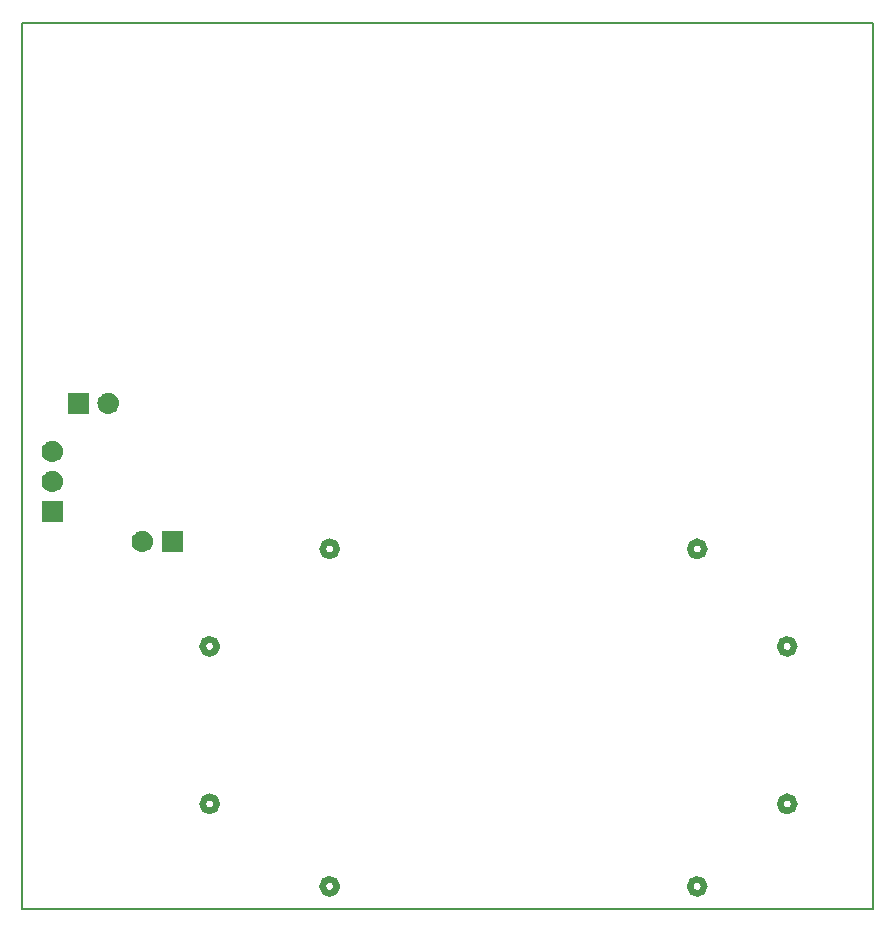
<source format=gbr>
%TF.GenerationSoftware,KiCad,Pcbnew,5.0.2-bee76a0~70~ubuntu18.04.1*%
%TF.CreationDate,2019-02-03T14:37:59+02:00*%
%TF.ProjectId,component_tester_adapter,636f6d70-6f6e-4656-9e74-5f7465737465,B*%
%TF.SameCoordinates,PX7e911f8PY6f6d640*%
%TF.FileFunction,Soldermask,Bot*%
%TF.FilePolarity,Negative*%
%FSLAX46Y46*%
G04 Gerber Fmt 4.6, Leading zero omitted, Abs format (unit mm)*
G04 Created by KiCad (PCBNEW 5.0.2-bee76a0~70~ubuntu18.04.1) date 2019 m. vasario 03 d. 14:37:59*
%MOMM*%
%LPD*%
G01*
G04 APERTURE LIST*
%ADD10C,0.600000*%
%ADD11C,0.150000*%
G04 APERTURE END LIST*
D10*
X10760000Y-18415000D02*
G75*
G03X10760000Y-18415000I-600000J0D01*
G01*
X600000Y-11430000D02*
G75*
G03X600000Y-11430000I-600000J0D01*
G01*
X600000Y1905000D02*
G75*
G03X600000Y1905000I-600000J0D01*
G01*
X10760000Y10160000D02*
G75*
G03X10760000Y10160000I-600000J0D01*
G01*
X41875000Y10160000D02*
G75*
G03X41875000Y10160000I-600000J0D01*
G01*
X49495000Y1905000D02*
G75*
G03X49495000Y1905000I-600000J0D01*
G01*
X49495000Y-11430000D02*
G75*
G03X49495000Y-11430000I-600000J0D01*
G01*
X41875000Y-18415000D02*
G75*
G03X41875000Y-18415000I-600000J0D01*
G01*
D11*
X7620000Y54680000D02*
X56125000Y54680000D01*
X-15875000Y54680000D02*
X7620000Y54680000D01*
X56125000Y-20320000D02*
X56125000Y54680000D01*
X56125000Y-20320000D02*
X-15875000Y-20320000D01*
X-15875000Y-20320000D02*
X-15875000Y54680000D01*
G36*
X-2274000Y9894000D02*
X-4076000Y9894000D01*
X-4076000Y11696000D01*
X-2274000Y11696000D01*
X-2274000Y9894000D01*
X-2274000Y9894000D01*
G37*
G36*
X-5604557Y11689481D02*
X-5538373Y11682963D01*
X-5425147Y11648616D01*
X-5368533Y11631443D01*
X-5229913Y11557348D01*
X-5212009Y11547778D01*
X-5176271Y11518448D01*
X-5074814Y11435186D01*
X-4991552Y11333729D01*
X-4962222Y11297991D01*
X-4962221Y11297989D01*
X-4878557Y11141467D01*
X-4878557Y11141466D01*
X-4827037Y10971627D01*
X-4809641Y10795000D01*
X-4827037Y10618373D01*
X-4861384Y10505147D01*
X-4878557Y10448533D01*
X-4952652Y10309913D01*
X-4962222Y10292009D01*
X-4991552Y10256271D01*
X-5074814Y10154814D01*
X-5176271Y10071552D01*
X-5212009Y10042222D01*
X-5212011Y10042221D01*
X-5368533Y9958557D01*
X-5425147Y9941384D01*
X-5538373Y9907037D01*
X-5604558Y9900518D01*
X-5670740Y9894000D01*
X-5759260Y9894000D01*
X-5825442Y9900518D01*
X-5891627Y9907037D01*
X-6004853Y9941384D01*
X-6061467Y9958557D01*
X-6217989Y10042221D01*
X-6217991Y10042222D01*
X-6253729Y10071552D01*
X-6355186Y10154814D01*
X-6438448Y10256271D01*
X-6467778Y10292009D01*
X-6477348Y10309913D01*
X-6551443Y10448533D01*
X-6568616Y10505147D01*
X-6602963Y10618373D01*
X-6620359Y10795000D01*
X-6602963Y10971627D01*
X-6551443Y11141466D01*
X-6551443Y11141467D01*
X-6467779Y11297989D01*
X-6467778Y11297991D01*
X-6438448Y11333729D01*
X-6355186Y11435186D01*
X-6253729Y11518448D01*
X-6217991Y11547778D01*
X-6200087Y11557348D01*
X-6061467Y11631443D01*
X-6004853Y11648616D01*
X-5891627Y11682963D01*
X-5825442Y11689482D01*
X-5759260Y11696000D01*
X-5670740Y11696000D01*
X-5604557Y11689481D01*
X-5604557Y11689481D01*
G37*
G36*
X-12434000Y12434000D02*
X-14236000Y12434000D01*
X-14236000Y14236000D01*
X-12434000Y14236000D01*
X-12434000Y12434000D01*
X-12434000Y12434000D01*
G37*
G36*
X-13224558Y16769482D02*
X-13158373Y16762963D01*
X-13045147Y16728616D01*
X-12988533Y16711443D01*
X-12849913Y16637348D01*
X-12832009Y16627778D01*
X-12796271Y16598448D01*
X-12694814Y16515186D01*
X-12611552Y16413729D01*
X-12582222Y16377991D01*
X-12582221Y16377989D01*
X-12498557Y16221467D01*
X-12498557Y16221466D01*
X-12447037Y16051627D01*
X-12429641Y15875000D01*
X-12447037Y15698373D01*
X-12481384Y15585147D01*
X-12498557Y15528533D01*
X-12572652Y15389913D01*
X-12582222Y15372009D01*
X-12611552Y15336271D01*
X-12694814Y15234814D01*
X-12796271Y15151552D01*
X-12832009Y15122222D01*
X-12832011Y15122221D01*
X-12988533Y15038557D01*
X-13045147Y15021384D01*
X-13158373Y14987037D01*
X-13224557Y14980519D01*
X-13290740Y14974000D01*
X-13379260Y14974000D01*
X-13445442Y14980518D01*
X-13511627Y14987037D01*
X-13624853Y15021384D01*
X-13681467Y15038557D01*
X-13837989Y15122221D01*
X-13837991Y15122222D01*
X-13873729Y15151552D01*
X-13975186Y15234814D01*
X-14058448Y15336271D01*
X-14087778Y15372009D01*
X-14097348Y15389913D01*
X-14171443Y15528533D01*
X-14188616Y15585147D01*
X-14222963Y15698373D01*
X-14240359Y15875000D01*
X-14222963Y16051627D01*
X-14171443Y16221466D01*
X-14171443Y16221467D01*
X-14087779Y16377989D01*
X-14087778Y16377991D01*
X-14058448Y16413729D01*
X-13975186Y16515186D01*
X-13873729Y16598448D01*
X-13837991Y16627778D01*
X-13820087Y16637348D01*
X-13681467Y16711443D01*
X-13624853Y16728616D01*
X-13511627Y16762963D01*
X-13445443Y16769481D01*
X-13379260Y16776000D01*
X-13290740Y16776000D01*
X-13224558Y16769482D01*
X-13224558Y16769482D01*
G37*
G36*
X-13224558Y19309482D02*
X-13158373Y19302963D01*
X-13045147Y19268616D01*
X-12988533Y19251443D01*
X-12849913Y19177348D01*
X-12832009Y19167778D01*
X-12796271Y19138448D01*
X-12694814Y19055186D01*
X-12611552Y18953729D01*
X-12582222Y18917991D01*
X-12582221Y18917989D01*
X-12498557Y18761467D01*
X-12498557Y18761466D01*
X-12447037Y18591627D01*
X-12429641Y18415000D01*
X-12447037Y18238373D01*
X-12481384Y18125147D01*
X-12498557Y18068533D01*
X-12572652Y17929913D01*
X-12582222Y17912009D01*
X-12611552Y17876271D01*
X-12694814Y17774814D01*
X-12796271Y17691552D01*
X-12832009Y17662222D01*
X-12832011Y17662221D01*
X-12988533Y17578557D01*
X-13045147Y17561384D01*
X-13158373Y17527037D01*
X-13224558Y17520518D01*
X-13290740Y17514000D01*
X-13379260Y17514000D01*
X-13445443Y17520519D01*
X-13511627Y17527037D01*
X-13624853Y17561384D01*
X-13681467Y17578557D01*
X-13837989Y17662221D01*
X-13837991Y17662222D01*
X-13873729Y17691552D01*
X-13975186Y17774814D01*
X-14058448Y17876271D01*
X-14087778Y17912009D01*
X-14097348Y17929913D01*
X-14171443Y18068533D01*
X-14188616Y18125147D01*
X-14222963Y18238373D01*
X-14240359Y18415000D01*
X-14222963Y18591627D01*
X-14171443Y18761466D01*
X-14171443Y18761467D01*
X-14087779Y18917989D01*
X-14087778Y18917991D01*
X-14058448Y18953729D01*
X-13975186Y19055186D01*
X-13873729Y19138448D01*
X-13837991Y19167778D01*
X-13820087Y19177348D01*
X-13681467Y19251443D01*
X-13624853Y19268616D01*
X-13511627Y19302963D01*
X-13445442Y19309482D01*
X-13379260Y19316000D01*
X-13290740Y19316000D01*
X-13224558Y19309482D01*
X-13224558Y19309482D01*
G37*
G36*
X-8484557Y23374481D02*
X-8418373Y23367963D01*
X-8305147Y23333616D01*
X-8248533Y23316443D01*
X-8109913Y23242348D01*
X-8092009Y23232778D01*
X-8056271Y23203448D01*
X-7954814Y23120186D01*
X-7871552Y23018729D01*
X-7842222Y22982991D01*
X-7842221Y22982989D01*
X-7758557Y22826467D01*
X-7758557Y22826466D01*
X-7707037Y22656627D01*
X-7689641Y22480000D01*
X-7707037Y22303373D01*
X-7741384Y22190147D01*
X-7758557Y22133533D01*
X-7832652Y21994913D01*
X-7842222Y21977009D01*
X-7871552Y21941271D01*
X-7954814Y21839814D01*
X-8056271Y21756552D01*
X-8092009Y21727222D01*
X-8092011Y21727221D01*
X-8248533Y21643557D01*
X-8305147Y21626384D01*
X-8418373Y21592037D01*
X-8484558Y21585518D01*
X-8550740Y21579000D01*
X-8639260Y21579000D01*
X-8705443Y21585519D01*
X-8771627Y21592037D01*
X-8884853Y21626384D01*
X-8941467Y21643557D01*
X-9097989Y21727221D01*
X-9097991Y21727222D01*
X-9133729Y21756552D01*
X-9235186Y21839814D01*
X-9318448Y21941271D01*
X-9347778Y21977009D01*
X-9357348Y21994913D01*
X-9431443Y22133533D01*
X-9448616Y22190147D01*
X-9482963Y22303373D01*
X-9500359Y22480000D01*
X-9482963Y22656627D01*
X-9431443Y22826466D01*
X-9431443Y22826467D01*
X-9347779Y22982989D01*
X-9347778Y22982991D01*
X-9318448Y23018729D01*
X-9235186Y23120186D01*
X-9133729Y23203448D01*
X-9097991Y23232778D01*
X-9080087Y23242348D01*
X-8941467Y23316443D01*
X-8884853Y23333616D01*
X-8771627Y23367963D01*
X-8705443Y23374481D01*
X-8639260Y23381000D01*
X-8550740Y23381000D01*
X-8484557Y23374481D01*
X-8484557Y23374481D01*
G37*
G36*
X-10234000Y21579000D02*
X-12036000Y21579000D01*
X-12036000Y23381000D01*
X-10234000Y23381000D01*
X-10234000Y21579000D01*
X-10234000Y21579000D01*
G37*
M02*

</source>
